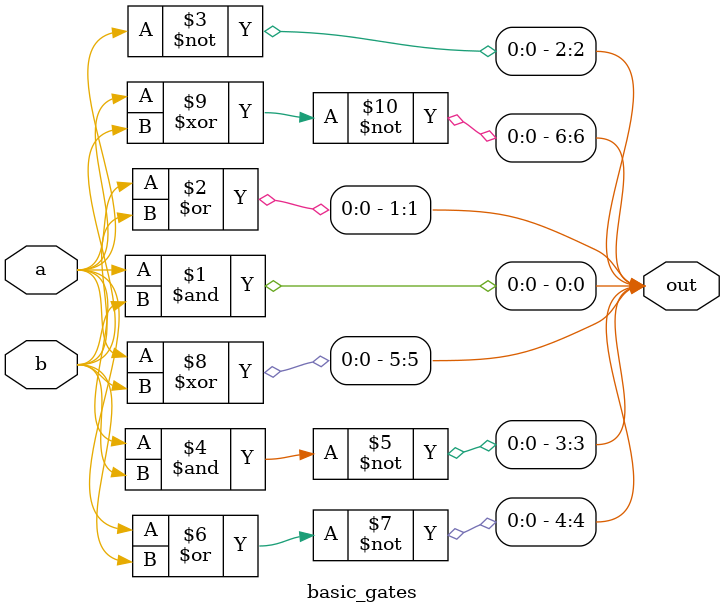
<source format=v>
`timescale 1ns / 1ps
module basic_gates(input a,b,
                   output wire [6:0]out
                    );
assign out[0] = a & b;      //And Gate        
assign out[1] = a | b;      //Or Gate        
assign out[2] = ~a;         //Not Gate        
assign out[3] = ~(a & b);   //Nand Gate        
assign out[4] = ~(a | b);   //Nor Gate        
assign out[5] = a ^ b;      //Xor Gate        
assign out[6] = ~(a ^ b);   //Xnor Gate                    
endmodule

</source>
